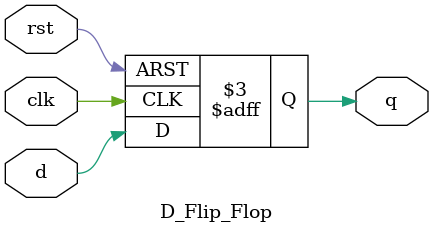
<source format=v>
`timescale 1ns / 1ps


module D_Flip_Flop(
        input clk,   // Ê±ÖÓÐÅºÅ
        input rst,   // ¸´Î»ÐÅºÅ£¬Í¨³£Îª¸ßÓÐÐ§
        input d,     // ÊäÈëÊý¾Ý
        output reg q // Êä³öÊý¾Ý
    );

        // D ÐÍ´¥·¢Æ÷Âß¼­
        always @(posedge clk or negedge rst) begin
            if (!rst) 
                q <= 0;  // ¸´Î»Ê±Êä³öÎª 0
            else
                q <= d;  // ÔÚÊ±ÖÓÉÏÉýÑØÊ±¸üÐÂ q Îª d µÄÖµ
        end


endmodule


</source>
